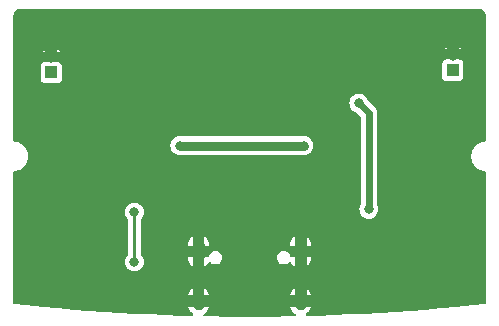
<source format=gbl>
%TF.GenerationSoftware,KiCad,Pcbnew,7.0.6*%
%TF.CreationDate,2023-09-04T14:52:52+12:00*%
%TF.ProjectId,GBA_lipo,4742415f-6c69-4706-9f2e-6b696361645f,rev?*%
%TF.SameCoordinates,Original*%
%TF.FileFunction,Copper,L2,Bot*%
%TF.FilePolarity,Positive*%
%FSLAX46Y46*%
G04 Gerber Fmt 4.6, Leading zero omitted, Abs format (unit mm)*
G04 Created by KiCad (PCBNEW 7.0.6) date 2023-09-04 14:52:52*
%MOMM*%
%LPD*%
G01*
G04 APERTURE LIST*
%TA.AperFunction,ComponentPad*%
%ADD10R,1.000000X1.000000*%
%TD*%
%TA.AperFunction,ComponentPad*%
%ADD11O,1.000000X1.000000*%
%TD*%
%TA.AperFunction,ComponentPad*%
%ADD12O,1.000000X1.600000*%
%TD*%
%TA.AperFunction,ComponentPad*%
%ADD13O,1.000000X2.100000*%
%TD*%
%TA.AperFunction,ViaPad*%
%ADD14C,0.800000*%
%TD*%
%TA.AperFunction,Conductor*%
%ADD15C,0.800000*%
%TD*%
%TA.AperFunction,Conductor*%
%ADD16C,0.600000*%
%TD*%
%TA.AperFunction,Conductor*%
%ADD17C,0.250000*%
%TD*%
G04 APERTURE END LIST*
D10*
X117200000Y-120210000D03*
D11*
X117200000Y-118940000D03*
D12*
X95680000Y-139740000D03*
X104320000Y-139740000D03*
D13*
X104320000Y-135560000D03*
X95680000Y-135560000D03*
D10*
X83200000Y-120410000D03*
D11*
X83200000Y-119140000D03*
D14*
X94100000Y-126600000D03*
X104600000Y-126600000D03*
X109250000Y-123000000D03*
X110100000Y-132000000D03*
X90250000Y-132240498D03*
X90250000Y-136439502D03*
X103600000Y-121800000D03*
X111600000Y-124340000D03*
X112250000Y-117639500D03*
X113800000Y-126540000D03*
X108000000Y-120740000D03*
X90600000Y-130540000D03*
X103600000Y-121800000D03*
X96705499Y-123800136D03*
D15*
X104600000Y-126600000D02*
X94100000Y-126600000D01*
D16*
X110100000Y-132000000D02*
X110100000Y-123850000D01*
X110100000Y-123850000D02*
X109250000Y-123000000D01*
D17*
X90250000Y-134750000D02*
X90250000Y-136439502D01*
X90250000Y-132240498D02*
X90250000Y-134750000D01*
%TA.AperFunction,Conductor*%
G36*
X119403513Y-115000895D02*
G01*
X119426353Y-115003469D01*
X119529828Y-115017092D01*
X119554972Y-115023078D01*
X119596324Y-115037548D01*
X119599609Y-115038802D01*
X119668950Y-115067524D01*
X119687768Y-115077246D01*
X119730215Y-115103917D01*
X119735051Y-115107281D01*
X119761065Y-115127242D01*
X119795041Y-115153312D01*
X119801230Y-115158740D01*
X119841257Y-115198767D01*
X119846690Y-115204962D01*
X119892717Y-115264947D01*
X119896081Y-115269783D01*
X119922752Y-115312230D01*
X119932474Y-115331048D01*
X119961196Y-115400389D01*
X119962456Y-115403691D01*
X119970587Y-115426928D01*
X119976916Y-115445014D01*
X119982908Y-115470180D01*
X119996530Y-115573655D01*
X119999103Y-115596477D01*
X119999500Y-115603540D01*
X119999500Y-126134724D01*
X119979498Y-126202845D01*
X119925842Y-126249338D01*
X119895380Y-126258810D01*
X119785708Y-126278148D01*
X119783454Y-126277896D01*
X119780571Y-126278717D01*
X119774266Y-126280165D01*
X119677711Y-126297190D01*
X119677708Y-126297190D01*
X119677708Y-126297191D01*
X119667171Y-126301026D01*
X119568417Y-126336969D01*
X119565237Y-126337171D01*
X119561295Y-126339134D01*
X119554758Y-126341940D01*
X119473739Y-126371429D01*
X119473734Y-126371432D01*
X119366238Y-126433495D01*
X119362091Y-126434500D01*
X119357389Y-126438052D01*
X119350919Y-126442339D01*
X119285766Y-126479955D01*
X119285760Y-126479959D01*
X119184942Y-126564556D01*
X119180050Y-126566696D01*
X119175274Y-126571936D01*
X119169206Y-126577760D01*
X119141833Y-126600729D01*
X119139303Y-126602743D01*
X119115226Y-126620925D01*
X119106045Y-126635497D01*
X119030186Y-126725903D01*
X119024886Y-126729428D01*
X119023071Y-126732361D01*
X119012468Y-126747017D01*
X118975442Y-126791142D01*
X118972128Y-126794776D01*
X118965943Y-126810036D01*
X118906882Y-126912333D01*
X118901577Y-126917390D01*
X118900227Y-126920877D01*
X118891859Y-126938352D01*
X118871431Y-126973735D01*
X118869105Y-126978725D01*
X118868673Y-126978523D01*
X118862827Y-126990562D01*
X118859405Y-127006774D01*
X118818981Y-127117838D01*
X118814098Y-127124468D01*
X118813398Y-127128218D01*
X118807946Y-127148156D01*
X118797191Y-127177705D01*
X118797188Y-127177718D01*
X118796373Y-127182339D01*
X118790321Y-127204029D01*
X118789848Y-127219345D01*
X118769321Y-127335766D01*
X118765290Y-127343899D01*
X118765290Y-127347608D01*
X118763376Y-127369486D01*
X118759500Y-127391469D01*
X118759500Y-127404882D01*
X118757452Y-127426980D01*
X118759500Y-127440885D01*
X118759500Y-127559113D01*
X118756721Y-127568575D01*
X118757355Y-127571964D01*
X118759500Y-127595116D01*
X118759500Y-127608529D01*
X118763376Y-127630512D01*
X118765267Y-127652134D01*
X118769321Y-127664232D01*
X118789848Y-127780653D01*
X118788674Y-127791175D01*
X118789780Y-127794029D01*
X118796374Y-127817665D01*
X118797188Y-127822282D01*
X118797189Y-127822286D01*
X118807946Y-127851841D01*
X118813398Y-127871781D01*
X118813446Y-127872041D01*
X118818981Y-127882161D01*
X118859405Y-127993223D01*
X118860119Y-128004460D01*
X118861475Y-128006650D01*
X118868670Y-128021477D01*
X118869105Y-128021275D01*
X118871432Y-128026265D01*
X118891859Y-128061646D01*
X118900231Y-128079128D01*
X118900434Y-128079654D01*
X118906881Y-128087665D01*
X118965942Y-128189961D01*
X118968743Y-128201507D01*
X118975432Y-128208845D01*
X119012471Y-128252985D01*
X119023077Y-128267646D01*
X119023431Y-128268218D01*
X119030185Y-128274096D01*
X119106043Y-128364500D01*
X119111036Y-128375908D01*
X119139288Y-128397243D01*
X119141811Y-128399252D01*
X119169217Y-128422249D01*
X119175280Y-128428068D01*
X119178480Y-128431579D01*
X119184939Y-128435441D01*
X119201708Y-128449512D01*
X119285759Y-128520040D01*
X119285762Y-128520041D01*
X119350923Y-128557662D01*
X119357396Y-128561951D01*
X119360597Y-128564368D01*
X119366239Y-128566505D01*
X119445005Y-128611980D01*
X119473739Y-128628570D01*
X119554774Y-128658064D01*
X119561307Y-128660870D01*
X119563978Y-128662200D01*
X119568415Y-128663029D01*
X119677708Y-128702808D01*
X119677708Y-128702809D01*
X119774278Y-128719837D01*
X119780584Y-128721286D01*
X119782485Y-128721827D01*
X119785703Y-128721850D01*
X119891470Y-128740500D01*
X119891471Y-128740500D01*
X119895379Y-128741189D01*
X119958991Y-128772716D01*
X119995461Y-128833630D01*
X119999499Y-128865275D01*
X119999499Y-139885855D01*
X119979497Y-139953976D01*
X119925841Y-140000469D01*
X119886405Y-140011192D01*
X118906113Y-140112135D01*
X117459844Y-140260394D01*
X116200908Y-140372645D01*
X114880929Y-140488520D01*
X113595084Y-140585460D01*
X112299017Y-140680198D01*
X111001274Y-140760196D01*
X109714566Y-140835392D01*
X108410301Y-140897894D01*
X107128001Y-140954069D01*
X105819963Y-140998826D01*
X104885291Y-141026114D01*
X104816616Y-141008109D01*
X104768577Y-140955833D01*
X104756426Y-140885884D01*
X104784022Y-140820470D01*
X104807553Y-140798232D01*
X104925534Y-140712513D01*
X105052127Y-140571918D01*
X105146717Y-140408081D01*
X105146718Y-140408077D01*
X105201332Y-140240000D01*
X104543626Y-140240000D01*
X104579484Y-140200666D01*
X104620000Y-140096080D01*
X104620000Y-139412198D01*
X104604588Y-139329750D01*
X104545543Y-139234390D01*
X104456038Y-139166799D01*
X104348160Y-139136105D01*
X104236479Y-139146454D01*
X104136078Y-139196448D01*
X104060516Y-139279334D01*
X104020000Y-139383920D01*
X104020000Y-140067802D01*
X104035412Y-140150250D01*
X104090983Y-140240000D01*
X103438668Y-140240000D01*
X103493281Y-140408077D01*
X103493282Y-140408081D01*
X103587872Y-140571918D01*
X103714465Y-140712513D01*
X103867307Y-140823560D01*
X103910661Y-140879782D01*
X103916736Y-140950519D01*
X103883604Y-141013310D01*
X103821784Y-141048222D01*
X103795832Y-141051469D01*
X103229492Y-141063094D01*
X101950728Y-141081757D01*
X100639238Y-141090729D01*
X99360762Y-141090729D01*
X98049271Y-141081757D01*
X96770507Y-141063094D01*
X96204166Y-141051469D01*
X96136470Y-141030074D01*
X96091088Y-140975475D01*
X96082429Y-140905009D01*
X96113241Y-140841047D01*
X96132692Y-140823560D01*
X96285532Y-140712515D01*
X96412127Y-140571918D01*
X96506717Y-140408081D01*
X96506718Y-140408077D01*
X96561332Y-140240000D01*
X95903626Y-140240000D01*
X95939484Y-140200666D01*
X95980000Y-140096080D01*
X95980000Y-139412198D01*
X95964588Y-139329750D01*
X95905543Y-139234390D01*
X95816038Y-139166799D01*
X95708160Y-139136105D01*
X95596479Y-139146454D01*
X95496078Y-139196448D01*
X95420516Y-139279334D01*
X95380000Y-139383920D01*
X95380000Y-140067802D01*
X95395412Y-140150250D01*
X95450983Y-140240000D01*
X94798668Y-140240000D01*
X94853281Y-140408077D01*
X94853282Y-140408081D01*
X94947872Y-140571918D01*
X95074465Y-140712513D01*
X95192446Y-140798232D01*
X95235800Y-140854454D01*
X95241875Y-140925191D01*
X95208743Y-140987982D01*
X95146923Y-141022894D01*
X95114708Y-141026114D01*
X94180036Y-140998826D01*
X92871998Y-140954069D01*
X91589698Y-140897894D01*
X90285433Y-140835392D01*
X88998725Y-140760196D01*
X87700982Y-140680198D01*
X86404915Y-140585460D01*
X85119070Y-140488520D01*
X83799091Y-140372645D01*
X82540155Y-140260394D01*
X81093886Y-140112135D01*
X80113594Y-140011192D01*
X80047880Y-139984318D01*
X80007128Y-139926182D01*
X80000500Y-139885855D01*
X80000500Y-139240000D01*
X94798668Y-139240000D01*
X95180000Y-139240000D01*
X95180000Y-138690810D01*
X96180000Y-138690810D01*
X96180000Y-139240000D01*
X96561332Y-139240000D01*
X103438668Y-139240000D01*
X103820000Y-139240000D01*
X103819999Y-138690810D01*
X104820000Y-138690810D01*
X104820000Y-139240000D01*
X105201332Y-139240000D01*
X105201331Y-139239999D01*
X105146718Y-139071922D01*
X105146717Y-139071918D01*
X105052127Y-138908081D01*
X104925536Y-138767488D01*
X104820000Y-138690810D01*
X103819999Y-138690810D01*
X103714463Y-138767488D01*
X103587872Y-138908081D01*
X103493282Y-139071918D01*
X103493281Y-139071922D01*
X103438668Y-139239999D01*
X103438668Y-139240000D01*
X96561332Y-139240000D01*
X96561331Y-139239999D01*
X96506718Y-139071922D01*
X96506717Y-139071918D01*
X96412127Y-138908081D01*
X96285536Y-138767488D01*
X96180000Y-138690810D01*
X95180000Y-138690810D01*
X95074463Y-138767488D01*
X94947872Y-138908081D01*
X94853282Y-139071918D01*
X94853281Y-139071922D01*
X94798668Y-139239999D01*
X94798668Y-139240000D01*
X80000500Y-139240000D01*
X80000500Y-136439502D01*
X89444435Y-136439502D01*
X89464632Y-136618757D01*
X89475805Y-136650687D01*
X89524211Y-136789024D01*
X89524212Y-136789027D01*
X89620182Y-136941762D01*
X89620183Y-136941764D01*
X89747737Y-137069318D01*
X89747739Y-137069319D01*
X89900474Y-137165289D01*
X89900475Y-137165289D01*
X89900478Y-137165291D01*
X90070745Y-137224870D01*
X90250000Y-137245067D01*
X90429255Y-137224870D01*
X90599522Y-137165291D01*
X90752262Y-137069318D01*
X90879816Y-136941764D01*
X90975789Y-136789024D01*
X91035368Y-136618757D01*
X91055565Y-136439502D01*
X91035368Y-136260247D01*
X90975789Y-136089980D01*
X90975787Y-136089977D01*
X90975787Y-136089976D01*
X90956952Y-136060000D01*
X94780000Y-136060000D01*
X94780000Y-136157169D01*
X94794817Y-136298150D01*
X94853281Y-136478077D01*
X94853282Y-136478081D01*
X94947872Y-136641918D01*
X95074465Y-136782513D01*
X95179999Y-136859189D01*
X95180000Y-136859189D01*
X96180000Y-136859189D01*
X96285534Y-136782513D01*
X96412127Y-136641918D01*
X96487854Y-136510752D01*
X96539236Y-136461758D01*
X96608949Y-136448321D01*
X96674861Y-136474707D01*
X96696934Y-136497044D01*
X96699548Y-136500451D01*
X96712973Y-136510752D01*
X96819767Y-136592698D01*
X96959764Y-136650687D01*
X97072280Y-136665500D01*
X97072287Y-136665500D01*
X97147713Y-136665500D01*
X97147720Y-136665500D01*
X97260236Y-136650687D01*
X97400233Y-136592698D01*
X97520451Y-136500451D01*
X97612698Y-136380233D01*
X97670687Y-136240236D01*
X97690466Y-136090000D01*
X102309534Y-136090000D01*
X102329312Y-136240234D01*
X102387301Y-136380231D01*
X102387306Y-136380239D01*
X102479548Y-136500451D01*
X102492973Y-136510752D01*
X102599767Y-136592698D01*
X102739764Y-136650687D01*
X102852280Y-136665500D01*
X102852287Y-136665500D01*
X102927713Y-136665500D01*
X102927720Y-136665500D01*
X103040236Y-136650687D01*
X103180233Y-136592698D01*
X103300451Y-136500451D01*
X103303061Y-136497048D01*
X103305999Y-136494903D01*
X103306291Y-136494612D01*
X103306336Y-136494657D01*
X103360397Y-136455181D01*
X103431267Y-136450957D01*
X103493172Y-136485719D01*
X103512145Y-136510752D01*
X103587872Y-136641918D01*
X103714465Y-136782513D01*
X103819999Y-136859189D01*
X103820000Y-136859189D01*
X103820000Y-136137802D01*
X104020000Y-136137802D01*
X104035412Y-136220250D01*
X104094457Y-136315610D01*
X104183962Y-136383201D01*
X104291840Y-136413895D01*
X104403521Y-136403546D01*
X104503922Y-136353552D01*
X104579484Y-136270666D01*
X104620000Y-136166080D01*
X104620000Y-136060000D01*
X104820000Y-136060000D01*
X104820000Y-136859189D01*
X104925534Y-136782513D01*
X105052127Y-136641918D01*
X105146717Y-136478081D01*
X105146718Y-136478077D01*
X105205182Y-136298150D01*
X105219999Y-136157169D01*
X105220000Y-136157161D01*
X105220000Y-136060000D01*
X104820000Y-136060000D01*
X104620000Y-136060000D01*
X104620000Y-134982198D01*
X104604588Y-134899750D01*
X104545543Y-134804390D01*
X104456038Y-134736799D01*
X104348160Y-134706105D01*
X104236479Y-134716454D01*
X104136078Y-134766448D01*
X104060516Y-134849334D01*
X104020000Y-134953920D01*
X104020000Y-136137802D01*
X103820000Y-136137802D01*
X103820000Y-136060000D01*
X103577015Y-136060000D01*
X103508894Y-136039998D01*
X103462401Y-135986342D01*
X103452093Y-135950444D01*
X103450687Y-135939766D01*
X103450687Y-135939765D01*
X103450687Y-135939764D01*
X103392698Y-135799767D01*
X103378093Y-135780733D01*
X103300451Y-135679548D01*
X103180239Y-135587306D01*
X103180231Y-135587301D01*
X103040234Y-135529312D01*
X102927722Y-135514500D01*
X102927720Y-135514500D01*
X102852280Y-135514500D01*
X102852277Y-135514500D01*
X102739765Y-135529312D01*
X102599768Y-135587301D01*
X102599760Y-135587306D01*
X102479548Y-135679548D01*
X102387306Y-135799760D01*
X102387301Y-135799768D01*
X102329312Y-135939765D01*
X102309534Y-136089999D01*
X102309534Y-136090000D01*
X97690466Y-136090000D01*
X97670687Y-135939764D01*
X97612698Y-135799767D01*
X97598093Y-135780733D01*
X97520451Y-135679548D01*
X97400239Y-135587306D01*
X97400231Y-135587301D01*
X97260234Y-135529312D01*
X97147722Y-135514500D01*
X97147720Y-135514500D01*
X97072280Y-135514500D01*
X97072277Y-135514500D01*
X96959765Y-135529312D01*
X96819768Y-135587301D01*
X96819760Y-135587306D01*
X96699548Y-135679548D01*
X96607306Y-135799760D01*
X96607301Y-135799768D01*
X96549312Y-135939766D01*
X96547907Y-135950444D01*
X96519186Y-136015372D01*
X96459921Y-136054465D01*
X96422985Y-136060000D01*
X96180000Y-136060000D01*
X96180000Y-136859189D01*
X95180000Y-136859189D01*
X95180000Y-136137802D01*
X95380000Y-136137802D01*
X95395412Y-136220250D01*
X95454457Y-136315610D01*
X95543962Y-136383201D01*
X95651840Y-136413895D01*
X95763521Y-136403546D01*
X95863922Y-136353552D01*
X95939484Y-136270666D01*
X95980000Y-136166080D01*
X95980000Y-134982198D01*
X95964588Y-134899750D01*
X95905543Y-134804390D01*
X95816038Y-134736799D01*
X95708160Y-134706105D01*
X95596479Y-134716454D01*
X95496078Y-134766448D01*
X95420516Y-134849334D01*
X95380000Y-134953920D01*
X95380000Y-136137802D01*
X95180000Y-136137802D01*
X95180000Y-136060000D01*
X94780000Y-136060000D01*
X90956952Y-136060000D01*
X90879817Y-135937241D01*
X90879816Y-135937239D01*
X90812405Y-135869828D01*
X90778379Y-135807516D01*
X90775500Y-135780733D01*
X90775500Y-135060000D01*
X94780000Y-135060000D01*
X95180000Y-135060000D01*
X95180000Y-134260810D01*
X96180000Y-134260810D01*
X96180000Y-135060000D01*
X96580000Y-135060000D01*
X103420000Y-135060000D01*
X103820000Y-135060000D01*
X103820000Y-134260810D01*
X104820000Y-134260810D01*
X104820000Y-135060000D01*
X105220000Y-135060000D01*
X105220000Y-134962838D01*
X105219999Y-134962830D01*
X105205182Y-134821849D01*
X105146718Y-134641922D01*
X105146717Y-134641918D01*
X105052127Y-134478081D01*
X104925536Y-134337488D01*
X104820000Y-134260810D01*
X103820000Y-134260810D01*
X103714463Y-134337488D01*
X103587872Y-134478081D01*
X103493282Y-134641918D01*
X103493281Y-134641922D01*
X103434817Y-134821849D01*
X103420000Y-134962830D01*
X103420000Y-135060000D01*
X96580000Y-135060000D01*
X96580000Y-134962838D01*
X96579999Y-134962830D01*
X96565182Y-134821849D01*
X96506718Y-134641922D01*
X96506717Y-134641918D01*
X96412127Y-134478081D01*
X96285536Y-134337488D01*
X96180000Y-134260810D01*
X95180000Y-134260810D01*
X95074463Y-134337488D01*
X94947872Y-134478081D01*
X94853282Y-134641918D01*
X94853281Y-134641922D01*
X94794817Y-134821849D01*
X94780000Y-134962830D01*
X94780000Y-135060000D01*
X90775500Y-135060000D01*
X90775500Y-132899266D01*
X90795502Y-132831145D01*
X90812400Y-132810175D01*
X90879816Y-132742760D01*
X90975789Y-132590020D01*
X91035368Y-132419753D01*
X91055565Y-132240498D01*
X91035368Y-132061243D01*
X90975789Y-131890976D01*
X90975787Y-131890973D01*
X90975787Y-131890972D01*
X90879817Y-131738237D01*
X90879816Y-131738235D01*
X90752262Y-131610681D01*
X90752260Y-131610680D01*
X90599525Y-131514710D01*
X90599522Y-131514709D01*
X90599521Y-131514709D01*
X90429255Y-131455130D01*
X90250000Y-131434933D01*
X90249999Y-131434933D01*
X90223926Y-131437870D01*
X90070745Y-131455130D01*
X90070742Y-131455130D01*
X90070742Y-131455131D01*
X89900477Y-131514709D01*
X89900474Y-131514710D01*
X89747739Y-131610680D01*
X89747737Y-131610681D01*
X89620183Y-131738235D01*
X89620182Y-131738237D01*
X89524212Y-131890972D01*
X89524211Y-131890975D01*
X89524211Y-131890976D01*
X89464632Y-132061243D01*
X89444435Y-132240498D01*
X89464632Y-132419753D01*
X89493503Y-132502262D01*
X89524211Y-132590020D01*
X89524212Y-132590023D01*
X89620181Y-132742757D01*
X89620183Y-132742759D01*
X89620184Y-132742760D01*
X89687596Y-132810172D01*
X89721620Y-132872482D01*
X89724500Y-132899266D01*
X89724500Y-135780733D01*
X89704498Y-135848854D01*
X89687595Y-135869828D01*
X89620183Y-135937239D01*
X89620182Y-135937241D01*
X89524212Y-136089976D01*
X89524211Y-136089979D01*
X89471635Y-136240234D01*
X89464632Y-136260247D01*
X89444435Y-136439502D01*
X80000500Y-136439502D01*
X80000500Y-128865275D01*
X80020502Y-128797154D01*
X80074158Y-128750661D01*
X80104621Y-128741189D01*
X80108529Y-128740500D01*
X80108530Y-128740500D01*
X80214291Y-128721852D01*
X80216539Y-128722102D01*
X80219410Y-128721286D01*
X80225715Y-128719837D01*
X80322292Y-128702809D01*
X80431580Y-128663030D01*
X80434756Y-128662829D01*
X80438685Y-128660873D01*
X80445218Y-128658067D01*
X80526261Y-128628570D01*
X80633761Y-128566504D01*
X80637902Y-128565499D01*
X80642596Y-128561955D01*
X80649065Y-128557668D01*
X80714240Y-128520040D01*
X80815059Y-128435442D01*
X80819941Y-128433305D01*
X80824709Y-128428076D01*
X80830769Y-128422260D01*
X80858241Y-128399208D01*
X80860724Y-128397232D01*
X80884778Y-128379067D01*
X80893952Y-128364505D01*
X80969815Y-128274094D01*
X80975107Y-128270574D01*
X80976915Y-128267655D01*
X80987513Y-128253003D01*
X81020040Y-128214240D01*
X81020042Y-128214235D01*
X81024580Y-128208828D01*
X81027874Y-128205214D01*
X81034055Y-128189964D01*
X81093118Y-128087664D01*
X81098419Y-128082609D01*
X81099767Y-128079132D01*
X81108139Y-128061649D01*
X81128568Y-128026265D01*
X81130895Y-128021275D01*
X81131332Y-128021479D01*
X81137172Y-128009437D01*
X81140595Y-127993223D01*
X81181018Y-127882162D01*
X81185898Y-127875533D01*
X81186598Y-127871791D01*
X81192053Y-127851843D01*
X81202808Y-127822294D01*
X81202810Y-127822287D01*
X81203625Y-127817667D01*
X81209676Y-127795974D01*
X81210151Y-127780651D01*
X81230678Y-127664232D01*
X81230679Y-127664228D01*
X81234710Y-127656095D01*
X81234710Y-127652391D01*
X81236624Y-127630512D01*
X81240500Y-127608529D01*
X81240500Y-127595110D01*
X81242546Y-127573019D01*
X81240500Y-127559112D01*
X81240500Y-127440886D01*
X81243277Y-127431425D01*
X81242645Y-127428039D01*
X81240500Y-127404888D01*
X81240500Y-127391469D01*
X81236624Y-127369486D01*
X81234733Y-127347872D01*
X81230678Y-127335767D01*
X81228918Y-127325787D01*
X81210151Y-127219345D01*
X81211324Y-127208825D01*
X81210219Y-127205972D01*
X81203623Y-127182325D01*
X81202809Y-127177709D01*
X81202808Y-127177705D01*
X81192050Y-127148149D01*
X81186598Y-127128209D01*
X81186550Y-127127956D01*
X81181018Y-127117837D01*
X81140594Y-127006775D01*
X81139880Y-126995541D01*
X81138525Y-126993353D01*
X81131332Y-126978520D01*
X81130895Y-126978725D01*
X81128572Y-126973745D01*
X81128570Y-126973739D01*
X81114590Y-126949525D01*
X81108140Y-126938352D01*
X81099768Y-126920870D01*
X81099566Y-126920349D01*
X81093117Y-126912332D01*
X81034056Y-126810036D01*
X81031255Y-126798492D01*
X81024568Y-126791157D01*
X81020041Y-126785762D01*
X81020040Y-126785760D01*
X80987520Y-126747004D01*
X80976918Y-126732348D01*
X80976568Y-126731783D01*
X80969813Y-126725902D01*
X80950818Y-126703265D01*
X80893953Y-126635496D01*
X80888962Y-126624090D01*
X80860707Y-126602753D01*
X80858179Y-126600739D01*
X80857298Y-126600000D01*
X93294435Y-126600000D01*
X93314632Y-126779255D01*
X93325403Y-126810036D01*
X93374211Y-126949522D01*
X93374212Y-126949525D01*
X93470182Y-127102260D01*
X93470183Y-127102262D01*
X93597737Y-127229816D01*
X93597739Y-127229817D01*
X93750474Y-127325787D01*
X93750475Y-127325787D01*
X93750478Y-127325789D01*
X93920745Y-127385368D01*
X94100000Y-127405565D01*
X94141441Y-127400895D01*
X94148496Y-127400500D01*
X104551504Y-127400500D01*
X104558558Y-127400895D01*
X104600000Y-127405565D01*
X104779255Y-127385368D01*
X104949522Y-127325789D01*
X105102262Y-127229816D01*
X105229816Y-127102262D01*
X105325789Y-126949522D01*
X105385368Y-126779255D01*
X105405565Y-126600000D01*
X105385368Y-126420745D01*
X105325789Y-126250478D01*
X105325787Y-126250475D01*
X105325787Y-126250474D01*
X105229817Y-126097739D01*
X105229816Y-126097737D01*
X105102262Y-125970183D01*
X105102260Y-125970182D01*
X104949525Y-125874212D01*
X104949522Y-125874211D01*
X104949522Y-125874210D01*
X104779255Y-125814632D01*
X104600000Y-125794435D01*
X104599999Y-125794435D01*
X104587570Y-125795835D01*
X104558558Y-125799104D01*
X104551504Y-125799500D01*
X94148496Y-125799500D01*
X94141441Y-125799104D01*
X94100000Y-125794435D01*
X93920745Y-125814632D01*
X93920742Y-125814632D01*
X93920742Y-125814633D01*
X93750477Y-125874211D01*
X93750474Y-125874212D01*
X93597739Y-125970182D01*
X93597737Y-125970183D01*
X93470183Y-126097737D01*
X93470182Y-126097739D01*
X93374212Y-126250474D01*
X93374211Y-126250477D01*
X93343189Y-126339134D01*
X93314632Y-126420745D01*
X93294435Y-126600000D01*
X80857298Y-126600000D01*
X80830793Y-126577760D01*
X80830782Y-126577750D01*
X80824719Y-126571931D01*
X80821521Y-126568423D01*
X80815056Y-126564555D01*
X80714240Y-126479960D01*
X80649077Y-126442337D01*
X80642606Y-126438049D01*
X80639407Y-126435633D01*
X80633759Y-126433494D01*
X80526265Y-126371432D01*
X80526257Y-126371428D01*
X80445238Y-126341939D01*
X80438699Y-126339132D01*
X80436024Y-126337800D01*
X80431581Y-126336968D01*
X80322296Y-126297192D01*
X80322290Y-126297190D01*
X80225727Y-126280164D01*
X80219422Y-126278715D01*
X80217518Y-126278173D01*
X80214290Y-126278147D01*
X80104621Y-126258810D01*
X80041008Y-126227283D01*
X80004539Y-126166369D01*
X80000500Y-126134724D01*
X80000500Y-123000000D01*
X108444435Y-123000000D01*
X108464632Y-123179255D01*
X108521219Y-123340970D01*
X108524211Y-123349522D01*
X108524212Y-123349525D01*
X108620182Y-123502260D01*
X108620183Y-123502262D01*
X108747737Y-123629816D01*
X108747739Y-123629817D01*
X108900474Y-123725787D01*
X108900475Y-123725787D01*
X108900478Y-123725789D01*
X109003552Y-123761856D01*
X109051032Y-123791689D01*
X109362595Y-124103251D01*
X109396620Y-124165564D01*
X109399500Y-124192347D01*
X109399500Y-131573930D01*
X109380190Y-131640962D01*
X109374210Y-131650478D01*
X109314633Y-131820742D01*
X109314632Y-131820745D01*
X109294435Y-132000000D01*
X109314632Y-132179255D01*
X109314633Y-132179257D01*
X109374211Y-132349522D01*
X109374212Y-132349525D01*
X109470182Y-132502260D01*
X109470183Y-132502262D01*
X109597737Y-132629816D01*
X109597739Y-132629817D01*
X109750474Y-132725787D01*
X109750475Y-132725787D01*
X109750478Y-132725789D01*
X109920745Y-132785368D01*
X110100000Y-132805565D01*
X110279255Y-132785368D01*
X110449522Y-132725789D01*
X110602262Y-132629816D01*
X110729816Y-132502262D01*
X110825789Y-132349522D01*
X110885368Y-132179255D01*
X110905565Y-132000000D01*
X110885368Y-131820745D01*
X110825789Y-131650478D01*
X110819810Y-131640962D01*
X110800500Y-131573930D01*
X110800500Y-123873070D01*
X110800615Y-123869265D01*
X110804358Y-123807394D01*
X110793181Y-123746404D01*
X110792610Y-123742657D01*
X110785140Y-123681128D01*
X110781610Y-123671822D01*
X110775488Y-123649854D01*
X110773695Y-123640069D01*
X110748240Y-123583512D01*
X110746805Y-123580048D01*
X110724818Y-123522070D01*
X110719162Y-123513876D01*
X110707961Y-123494016D01*
X110703878Y-123484944D01*
X110684082Y-123459676D01*
X110665653Y-123436153D01*
X110663397Y-123433087D01*
X110628184Y-123382073D01*
X110628185Y-123382073D01*
X110591446Y-123349525D01*
X110581782Y-123340963D01*
X110579017Y-123338361D01*
X110041689Y-122801032D01*
X110011856Y-122753552D01*
X109975789Y-122650478D01*
X109975787Y-122650475D01*
X109975787Y-122650474D01*
X109879817Y-122497739D01*
X109879816Y-122497737D01*
X109752262Y-122370183D01*
X109752260Y-122370182D01*
X109599525Y-122274212D01*
X109599522Y-122274211D01*
X109599522Y-122274210D01*
X109429255Y-122214632D01*
X109250000Y-122194435D01*
X109249999Y-122194435D01*
X109223926Y-122197372D01*
X109070745Y-122214632D01*
X109070742Y-122214632D01*
X109070742Y-122214633D01*
X108900477Y-122274211D01*
X108900474Y-122274212D01*
X108747739Y-122370182D01*
X108747737Y-122370183D01*
X108620183Y-122497737D01*
X108620182Y-122497739D01*
X108524212Y-122650474D01*
X108524211Y-122650477D01*
X108524211Y-122650478D01*
X108464632Y-122820745D01*
X108444435Y-123000000D01*
X80000500Y-123000000D01*
X80000500Y-120941516D01*
X82299500Y-120941516D01*
X82314353Y-121035302D01*
X82371949Y-121148342D01*
X82461657Y-121238050D01*
X82500299Y-121257738D01*
X82574696Y-121295646D01*
X82668481Y-121310500D01*
X83731518Y-121310499D01*
X83825304Y-121295646D01*
X83938342Y-121238050D01*
X84028050Y-121148342D01*
X84085646Y-121035304D01*
X84100500Y-120941519D01*
X84100500Y-120741516D01*
X116299500Y-120741516D01*
X116314353Y-120835302D01*
X116371949Y-120948342D01*
X116461657Y-121038050D01*
X116500299Y-121057738D01*
X116574696Y-121095646D01*
X116668481Y-121110500D01*
X117731518Y-121110499D01*
X117825304Y-121095646D01*
X117938342Y-121038050D01*
X118028050Y-120948342D01*
X118085646Y-120835304D01*
X118100500Y-120741519D01*
X118100499Y-119678482D01*
X118085646Y-119584696D01*
X118047332Y-119509500D01*
X118028050Y-119471657D01*
X117938342Y-119381949D01*
X117862502Y-119343307D01*
X117825304Y-119324354D01*
X117731519Y-119309500D01*
X117731515Y-119309500D01*
X116668483Y-119309500D01*
X116574697Y-119324353D01*
X116461657Y-119381949D01*
X116371949Y-119471657D01*
X116345099Y-119524355D01*
X116314354Y-119584696D01*
X116300581Y-119671657D01*
X116299500Y-119678484D01*
X116299500Y-120741516D01*
X84100500Y-120741516D01*
X84100499Y-119878482D01*
X84085646Y-119784696D01*
X84031527Y-119678481D01*
X84028050Y-119671657D01*
X83938342Y-119581949D01*
X83862502Y-119543307D01*
X83825304Y-119524354D01*
X83731519Y-119509500D01*
X83731515Y-119509500D01*
X82668483Y-119509500D01*
X82574697Y-119524353D01*
X82461657Y-119581949D01*
X82371949Y-119671657D01*
X82314355Y-119784694D01*
X82314354Y-119784696D01*
X82299500Y-119878481D01*
X82299500Y-119878484D01*
X82299500Y-120941516D01*
X80000500Y-120941516D01*
X80000500Y-119197306D01*
X82875000Y-119197306D01*
X82914199Y-119305007D01*
X82987871Y-119392805D01*
X83087129Y-119450112D01*
X83171564Y-119465000D01*
X83228436Y-119465000D01*
X83312871Y-119450112D01*
X83412129Y-119392805D01*
X83485801Y-119305007D01*
X83525000Y-119197306D01*
X83525000Y-119082694D01*
X83493922Y-118997306D01*
X116875000Y-118997306D01*
X116914199Y-119105007D01*
X116987871Y-119192805D01*
X117087129Y-119250112D01*
X117171564Y-119265000D01*
X117228436Y-119265000D01*
X117312871Y-119250112D01*
X117412129Y-119192805D01*
X117485801Y-119105007D01*
X117525000Y-118997306D01*
X117525000Y-118882694D01*
X117485801Y-118774993D01*
X117412129Y-118687195D01*
X117312871Y-118629888D01*
X117228436Y-118615000D01*
X117171564Y-118615000D01*
X117087129Y-118629888D01*
X116987871Y-118687195D01*
X116914199Y-118774993D01*
X116875000Y-118882694D01*
X116875000Y-118997306D01*
X83493922Y-118997306D01*
X83485801Y-118974993D01*
X83412129Y-118887195D01*
X83312871Y-118829888D01*
X83228436Y-118815000D01*
X83171564Y-118815000D01*
X83087129Y-118829888D01*
X82987871Y-118887195D01*
X82914199Y-118974993D01*
X82875000Y-119082694D01*
X82875000Y-119197306D01*
X80000500Y-119197306D01*
X80000500Y-118640000D01*
X82449445Y-118640000D01*
X82700000Y-118640000D01*
X82700000Y-118390810D01*
X83700000Y-118390810D01*
X83700000Y-118640000D01*
X83950554Y-118640000D01*
X83932127Y-118608082D01*
X83932123Y-118608077D01*
X83805536Y-118467488D01*
X83767703Y-118440000D01*
X116449445Y-118440000D01*
X116700000Y-118440000D01*
X116700000Y-118190810D01*
X117700000Y-118190810D01*
X117700000Y-118440000D01*
X117950554Y-118440000D01*
X117932127Y-118408082D01*
X117932123Y-118408077D01*
X117805536Y-118267488D01*
X117700000Y-118190810D01*
X116700000Y-118190810D01*
X116594463Y-118267488D01*
X116467876Y-118408077D01*
X116467872Y-118408082D01*
X116449445Y-118440000D01*
X83767703Y-118440000D01*
X83700000Y-118390810D01*
X82700000Y-118390810D01*
X82594463Y-118467488D01*
X82467876Y-118608077D01*
X82467872Y-118608082D01*
X82449445Y-118640000D01*
X80000500Y-118640000D01*
X80000500Y-115603542D01*
X80000896Y-115596483D01*
X80003468Y-115573658D01*
X80003468Y-115573655D01*
X80017093Y-115470167D01*
X80023077Y-115445032D01*
X80037557Y-115403651D01*
X80038792Y-115400413D01*
X80067526Y-115331042D01*
X80077241Y-115312239D01*
X80103930Y-115269763D01*
X80107270Y-115264962D01*
X80153325Y-115204942D01*
X80158726Y-115198783D01*
X80198783Y-115158726D01*
X80204942Y-115153325D01*
X80264962Y-115107270D01*
X80269763Y-115103930D01*
X80312239Y-115077241D01*
X80331042Y-115067526D01*
X80400413Y-115038792D01*
X80403651Y-115037557D01*
X80445032Y-115023077D01*
X80470167Y-115017093D01*
X80573628Y-115003471D01*
X80596487Y-115000895D01*
X80603542Y-115000500D01*
X119396457Y-115000500D01*
X119403513Y-115000895D01*
G37*
%TD.AperFunction*%
M02*

</source>
